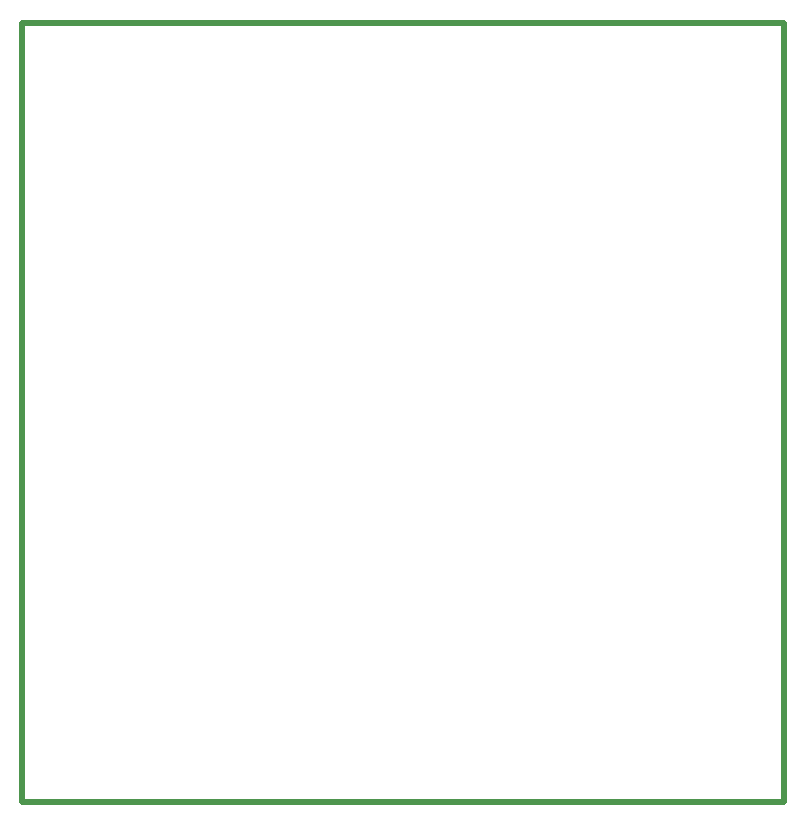
<source format=gbr>
%TF.GenerationSoftware,KiCad,Pcbnew,8.0.0*%
%TF.CreationDate,2024-03-27T15:42:33-03:00*%
%TF.ProjectId,pon_sem_6,706f6e5f-7365-46d5-9f36-2e6b69636164,rev?*%
%TF.SameCoordinates,Original*%
%TF.FileFunction,Profile,NP*%
%FSLAX46Y46*%
G04 Gerber Fmt 4.6, Leading zero omitted, Abs format (unit mm)*
G04 Created by KiCad (PCBNEW 8.0.0) date 2024-03-27 15:42:33*
%MOMM*%
%LPD*%
G01*
G04 APERTURE LIST*
%TA.AperFunction,Profile*%
%ADD10C,0.500000*%
%TD*%
G04 APERTURE END LIST*
D10*
X111000000Y-57000000D02*
X175500000Y-57000000D01*
X175500000Y-123000000D01*
X111000000Y-123000000D01*
X111000000Y-57000000D01*
M02*

</source>
